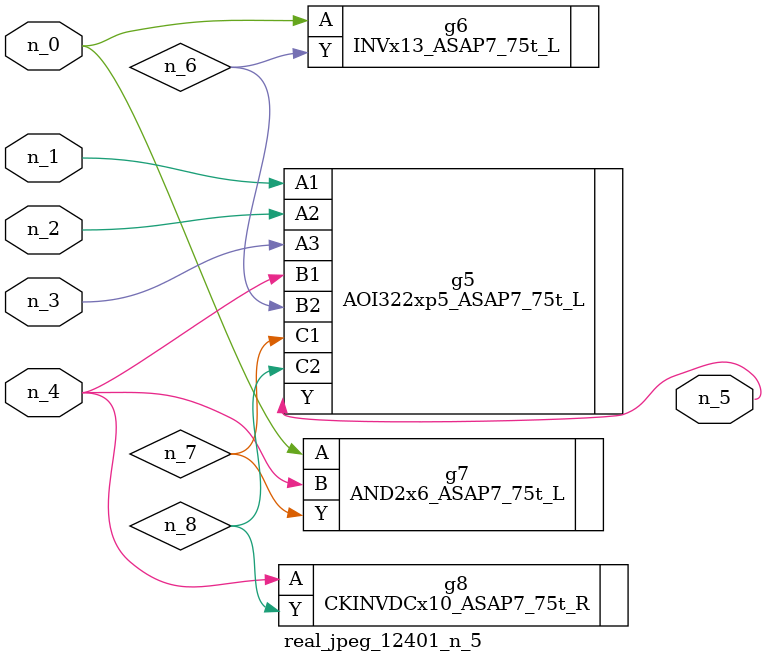
<source format=v>
module real_jpeg_12401_n_5 (n_4, n_0, n_1, n_2, n_3, n_5);

input n_4;
input n_0;
input n_1;
input n_2;
input n_3;

output n_5;

wire n_8;
wire n_6;
wire n_7;

INVx13_ASAP7_75t_L g6 ( 
.A(n_0),
.Y(n_6)
);

AND2x6_ASAP7_75t_L g7 ( 
.A(n_0),
.B(n_4),
.Y(n_7)
);

AOI322xp5_ASAP7_75t_L g5 ( 
.A1(n_1),
.A2(n_2),
.A3(n_3),
.B1(n_4),
.B2(n_6),
.C1(n_7),
.C2(n_8),
.Y(n_5)
);

CKINVDCx10_ASAP7_75t_R g8 ( 
.A(n_4),
.Y(n_8)
);


endmodule
</source>
